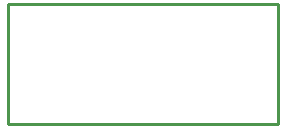
<source format=gko>
G04 ---------------------------- Layer name :KeepOutLayer*
G04 EasyEDA v5.7.26, Thu, 11 Oct 2018 09:25:14 GMT*
G04 24d79b3f32414dbe914c8c9ee2b11f37*
G04 Gerber Generator version 0.2*
G04 Scale: 100 percent, Rotated: No, Reflected: No *
G04 Dimensions in inches *
G04 leading zeros omitted , absolute positions ,2 integer and 4 decimal *
%FSLAX24Y24*%
%MOIN*%
G90*
G70D02*

%ADD10C,0.010000*%
G54D10*
G01X0Y4000D02*
G01X9000Y4000D01*
G01X9000Y0D01*
G01X0Y0D01*
G01X0Y4000D01*

%LPD*%
M00*
M02*

</source>
